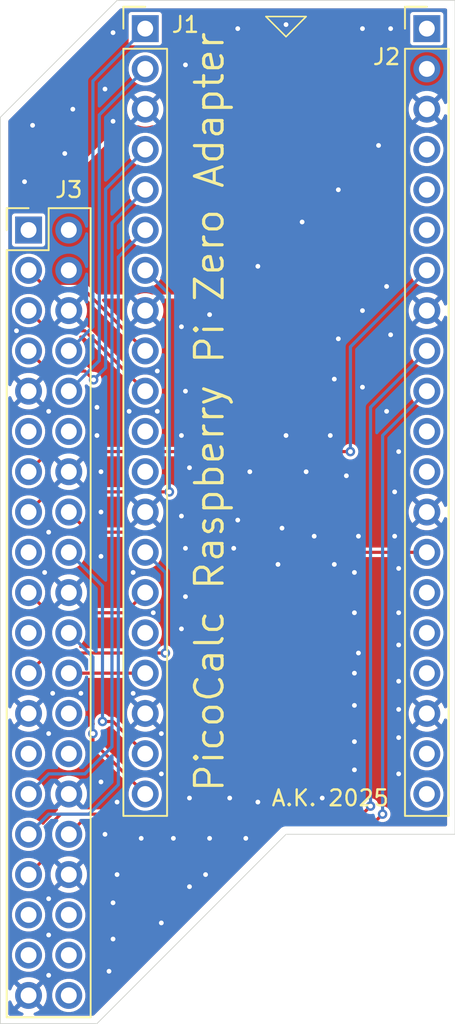
<source format=kicad_pcb>
(kicad_pcb (version 20241229) (generator "pcbnew") (generator_version "9.0")
  (layers (0 "F.Cu" signal) (2 "B.Cu" signal) (13 "F.Paste" user) (15 "B.Paste" user) (5 "F.SilkS" user "F.Silkscreen") (7 "B.SilkS" user "B.Silkscreen") (1 "F.Mask" user) (3 "B.Mask" user) (25 "Edge.Cuts" user))
  (net 0 "")
  (net 2 "/I2C1_SDA")
  (net 3 "GND")
  (net 4 "/SPI1_SCK")
  (net 5 "/UART0_TX")
  (net 6 "/GP3")
  (net 7 "/LCD_RST")
  (net 8 "/UART0_RX")
  (net 9 "/SPI1_TX")
  (net 10 "/LCD_DC")
  (net 12 "/GP4")
  (net 13 "/~{SPI1_CS}")
  (net 15 "/GP2")
  (net 16 "/I2C1_SCL")
  (net 17 "/GP5")
  (net 19 "/GP28")
  (net 20 "/VSYS")
  (net 24 "/GP21")
  (net 30 "/PWM_L")
  (net 33 "/PWM_R")
  (footprint "Connector_PinHeader_2.54mm:PinHeader_1x20_P2.54mm_Vertical" (layer "F.Cu") (at 113.03 31.75)
    (property "Reference" "J2" (at -2.54 1.778 0) (layer "F.SilkS"))
    (property "Value" "Conn_01x20" (hide yes))
    (fp_line (start -1.38 -1.38) (end 0 -1.38) (stroke (width 0.12)) (layer "F.SilkS"))
    (fp_line (start -1.38 0) (end -1.38 -1.38) (stroke (width 0.12)) (layer "F.SilkS"))
    (fp_line (start -1.38 1.27) (end -1.38 49.64) (stroke (width 0.12)) (layer "F.SilkS"))
    (fp_line (start -1.38 1.27) (end 1.38 1.27) (stroke (width 0.12)) (layer "F.SilkS"))
    (fp_line (start -1.38 49.64) (end 1.38 49.64) (stroke (width 0.12)) (layer "F.SilkS"))
    (fp_line (start 1.38 1.27) (end 1.38 49.64) (stroke (width 0.12)) (layer "F.SilkS"))
    (pad "1" thru_hole rect (at 0 0) (size 1.7 1.7) (drill 1) (layers "*.Cu" "*.Mask"))
    (pad "2" thru_hole circle (at 0 2.54) (size 1.7 1.7) (drill 1) (layers "*.Cu" "*.Mask") (net 20 "/VSYS"))
    (pad "3" thru_hole circle (at 0 5.08) (size 1.7 1.7) (drill 1) (layers "*.Cu" "*.Mask") (net 3 "GND"))
    (pad "4" thru_hole circle (at 0 7.62) (size 1.7 1.7) (drill 1) (layers "*.Cu" "*.Mask"))
    (pad "5" thru_hole circle (at 0 10.16) (size 1.7 1.7) (drill 1) (layers "*.Cu" "*.Mask"))
    (pad "6" thru_hole circle (at 0 12.7) (size 1.7 1.7) (drill 1) (layers "*.Cu" "*.Mask"))
    (pad "7" thru_hole circle (at 0 15.24) (size 1.7 1.7) (drill 1) (layers "*.Cu" "*.Mask") (net 19 "/GP28"))
    (pad "8" thru_hole circle (at 0 17.78) (size 1.7 1.7) (drill 1) (layers "*.Cu" "*.Mask") (net 3 "GND"))
    (pad "9" thru_hole circle (at 0 20.32) (size 1.7 1.7) (drill 1) (layers "*.Cu" "*.Mask") (net 33 "/PWM_R"))
    (pad "10" thru_hole circle (at 0 22.86) (size 1.7 1.7) (drill 1) (layers "*.Cu" "*.Mask") (net 30 "/PWM_L"))
    (pad "11" thru_hole circle (at 0 25.4) (size 1.7 1.7) (drill 1) (layers "*.Cu" "*.Mask"))
    (pad "12" thru_hole circle (at 0 27.94) (size 1.7 1.7) (drill 1) (layers "*.Cu" "*.Mask"))
    (pad "13" thru_hole circle (at 0 30.48) (size 1.7 1.7) (drill 1) (layers "*.Cu" "*.Mask") (net 3 "GND"))
    (pad "14" thru_hole circle (at 0 33.02) (size 1.7 1.7) (drill 1) (layers "*.Cu" "*.Mask") (net 24 "/GP21"))
    (pad "15" thru_hole circle (at 0 35.56) (size 1.7 1.7) (drill 1) (layers "*.Cu" "*.Mask"))
    (pad "16" thru_hole circle (at 0 38.1) (size 1.7 1.7) (drill 1) (layers "*.Cu" "*.Mask"))
    (pad "17" thru_hole circle (at 0 40.64) (size 1.7 1.7) (drill 1) (layers "*.Cu" "*.Mask"))
    (pad "18" thru_hole circle (at 0 43.18) (size 1.7 1.7) (drill 1) (layers "*.Cu" "*.Mask") (net 3 "GND"))
    (pad "19" thru_hole circle (at 0 45.72) (size 1.7 1.7) (drill 1) (layers "*.Cu" "*.Mask"))
    (pad "20" thru_hole circle (at 0 48.26) (size 1.7 1.7) (drill 1) (layers "*.Cu" "*.Mask"))
  )
  (footprint "Connector_PinHeader_2.54mm:PinHeader_2x20_P2.54mm_Vertical" (layer "F.Cu") (at 87.884 44.45)
    (property "Reference" "J3" (at 2.54 -2.54 0) (layer "F.SilkS"))
    (property "Value" "Conn_02x20_Odd_Even" (hide yes))
    (fp_line (start -1.38 -1.38) (end 0 -1.38) (stroke (width 0.12)) (layer "F.SilkS"))
    (fp_line (start -1.38 0) (end -1.38 -1.38) (stroke (width 0.12)) (layer "F.SilkS"))
    (fp_line (start -1.38 1.27) (end -1.38 49.64) (stroke (width 0.12)) (layer "F.SilkS"))
    (fp_line (start -1.38 1.27) (end 1.27 1.27) (stroke (width 0.12)) (layer "F.SilkS"))
    (fp_line (start -1.38 49.64) (end 3.92 49.64) (stroke (width 0.12)) (layer "F.SilkS"))
    (fp_line (start 1.27 -1.38) (end 3.92 -1.38) (stroke (width 0.12)) (layer "F.SilkS"))
    (fp_line (start 1.27 1.27) (end 1.27 -1.38) (stroke (width 0.12)) (layer "F.SilkS"))
    (fp_line (start 3.92 -1.38) (end 3.92 49.64) (stroke (width 0.12)) (layer "F.SilkS"))
    (pad "1" thru_hole rect (at 0 0) (size 1.7 1.7) (drill 1) (layers "*.Cu" "*.Mask"))
    (pad "2" thru_hole circle (at 2.54 0) (size 1.7 1.7) (drill 1) (layers "*.Cu" "*.Mask") (net 20 "/VSYS"))
    (pad "3" thru_hole circle (at 0 2.54) (size 1.7 1.7) (drill 1) (layers "*.Cu" "*.Mask") (net 2 "/I2C1_SDA"))
    (pad "4" thru_hole circle (at 2.54 2.54) (size 1.7 1.7) (drill 1) (layers "*.Cu" "*.Mask") (net 20 "/VSYS"))
    (pad "5" thru_hole circle (at 0 5.08) (size 1.7 1.7) (drill 1) (layers "*.Cu" "*.Mask") (net 16 "/I2C1_SCL"))
    (pad "6" thru_hole circle (at 2.54 5.08) (size 1.7 1.7) (drill 1) (layers "*.Cu" "*.Mask") (net 3 "GND"))
    (pad "7" thru_hole circle (at 0 7.62) (size 1.7 1.7) (drill 1) (layers "*.Cu" "*.Mask") (net 15 "/GP2"))
    (pad "8" thru_hole circle (at 2.54 7.62) (size 1.7 1.7) (drill 1) (layers "*.Cu" "*.Mask") (net 5 "/UART0_TX"))
    (pad "9" thru_hole circle (at 0 10.16) (size 1.7 1.7) (drill 1) (layers "*.Cu" "*.Mask") (net 3 "GND"))
    (pad "10" thru_hole circle (at 2.54 10.16) (size 1.7 1.7) (drill 1) (layers "*.Cu" "*.Mask") (net 8 "/UART0_RX"))
    (pad "11" thru_hole circle (at 0 12.7) (size 1.7 1.7) (drill 1) (layers "*.Cu" "*.Mask"))
    (pad "12" thru_hole circle (at 2.54 12.7) (size 1.7 1.7) (drill 1) (layers "*.Cu" "*.Mask"))
    (pad "13" thru_hole circle (at 0 15.24) (size 1.7 1.7) (drill 1) (layers "*.Cu" "*.Mask") (net 19 "/GP28"))
    (pad "14" thru_hole circle (at 2.54 15.24) (size 1.7 1.7) (drill 1) (layers "*.Cu" "*.Mask") (net 3 "GND"))
    (pad "15" thru_hole circle (at 0 17.78) (size 1.7 1.7) (drill 1) (layers "*.Cu" "*.Mask") (net 17 "/GP5"))
    (pad "16" thru_hole circle (at 2.54 17.78) (size 1.7 1.7) (drill 1) (layers "*.Cu" "*.Mask") (net 24 "/GP21"))
    (pad "17" thru_hole circle (at 0 20.32) (size 1.7 1.7) (drill 1) (layers "*.Cu" "*.Mask"))
    (pad "18" thru_hole circle (at 2.54 20.32) (size 1.7 1.7) (drill 1) (layers "*.Cu" "*.Mask") (net 10 "/LCD_DC"))
    (pad "19" thru_hole circle (at 0 22.86) (size 1.7 1.7) (drill 1) (layers "*.Cu" "*.Mask") (net 9 "/SPI1_TX"))
    (pad "20" thru_hole circle (at 2.54 22.86) (size 1.7 1.7) (drill 1) (layers "*.Cu" "*.Mask") (net 3 "GND"))
    (pad "21" thru_hole circle (at 0 25.4) (size 1.7 1.7) (drill 1) (layers "*.Cu" "*.Mask"))
    (pad "22" thru_hole circle (at 2.54 25.4) (size 1.7 1.7) (drill 1) (layers "*.Cu" "*.Mask") (net 7 "/LCD_RST"))
    (pad "23" thru_hole circle (at 0 27.94) (size 1.7 1.7) (drill 1) (layers "*.Cu" "*.Mask") (net 4 "/SPI1_SCK"))
    (pad "24" thru_hole circle (at 2.54 27.94) (size 1.7 1.7) (drill 1) (layers "*.Cu" "*.Mask") (net 13 "/~{SPI1_CS}"))
    (pad "25" thru_hole circle (at 0 30.48) (size 1.7 1.7) (drill 1) (layers "*.Cu" "*.Mask") (net 3 "GND"))
    (pad "26" thru_hole circle (at 2.54 30.48) (size 1.7 1.7) (drill 1) (layers "*.Cu" "*.Mask"))
    (pad "27" thru_hole circle (at 0 33.02) (size 1.7 1.7) (drill 1) (layers "*.Cu" "*.Mask"))
    (pad "28" thru_hole circle (at 2.54 33.02) (size 1.7 1.7) (drill 1) (layers "*.Cu" "*.Mask"))
    (pad "29" thru_hole circle (at 0 35.56) (size 1.7 1.7) (drill 1) (layers "*.Cu" "*.Mask") (net 6 "/GP3"))
    (pad "30" thru_hole circle (at 2.54 35.56) (size 1.7 1.7) (drill 1) (layers "*.Cu" "*.Mask") (net 3 "GND"))
    (pad "31" thru_hole circle (at 0 38.1) (size 1.7 1.7) (drill 1) (layers "*.Cu" "*.Mask") (net 12 "/GP4"))
    (pad "32" thru_hole circle (at 2.54 38.1) (size 1.7 1.7) (drill 1) (layers "*.Cu" "*.Mask") (net 30 "/PWM_L"))
    (pad "33" thru_hole circle (at 0 40.64) (size 1.7 1.7) (drill 1) (layers "*.Cu" "*.Mask") (net 33 "/PWM_R"))
    (pad "34" thru_hole circle (at 2.54 40.64) (size 1.7 1.7) (drill 1) (layers "*.Cu" "*.Mask") (net 3 "GND"))
    (pad "35" thru_hole circle (at 0 43.18) (size 1.7 1.7) (drill 1) (layers "*.Cu" "*.Mask"))
    (pad "36" thru_hole circle (at 2.54 43.18) (size 1.7 1.7) (drill 1) (layers "*.Cu" "*.Mask"))
    (pad "37" thru_hole circle (at 0 45.72) (size 1.7 1.7) (drill 1) (layers "*.Cu" "*.Mask"))
    (pad "38" thru_hole circle (at 2.54 45.72) (size 1.7 1.7) (drill 1) (layers "*.Cu" "*.Mask"))
    (pad "39" thru_hole circle (at 0 48.26) (size 1.7 1.7) (drill 1) (layers "*.Cu" "*.Mask") (net 3 "GND"))
    (pad "40" thru_hole circle (at 2.54 48.26) (size 1.7 1.7) (drill 1) (layers "*.Cu" "*.Mask"))
  )
  (footprint "Connector_PinHeader_2.54mm:PinHeader_1x20_P2.54mm_Vertical" (layer "F.Cu") (at 95.25 31.75)
    (property "Reference" "J1" (at 2.54 -0.254 0) (layer "F.SilkS"))
    (property "Value" "Conn_01x20" (hide yes))
    (fp_line (start -1.38 -1.38) (end 0 -1.38) (stroke (width 0.12)) (layer "F.SilkS"))
    (fp_line (start -1.38 0) (end -1.38 -1.38) (stroke (width 0.12)) (layer "F.SilkS"))
    (fp_line (start -1.38 1.27) (end -1.38 49.64) (stroke (width 0.12)) (layer "F.SilkS"))
    (fp_line (start -1.38 1.27) (end 1.38 1.27) (stroke (width 0.12)) (layer "F.SilkS"))
    (fp_line (start -1.38 49.64) (end 1.38 49.64) (stroke (width 0.12)) (layer "F.SilkS"))
    (fp_line (start 1.38 1.27) (end 1.38 49.64) (stroke (width 0.12)) (layer "F.SilkS"))
    (pad "1" thru_hole rect (at 0 0) (size 1.7 1.7) (drill 1) (layers "*.Cu" "*.Mask") (net 5 "/UART0_TX"))
    (pad "2" thru_hole circle (at 0 2.54) (size 1.7 1.7) (drill 1) (layers "*.Cu" "*.Mask") (net 8 "/UART0_RX"))
    (pad "3" thru_hole circle (at 0 5.08) (size 1.7 1.7) (drill 1) (layers "*.Cu" "*.Mask") (net 3 "GND"))
    (pad "4" thru_hole circle (at 0 7.62) (size 1.7 1.7) (drill 1) (layers "*.Cu" "*.Mask") (net 15 "/GP2"))
    (pad "5" thru_hole circle (at 0 10.16) (size 1.7 1.7) (drill 1) (layers "*.Cu" "*.Mask") (net 6 "/GP3"))
    (pad "6" thru_hole circle (at 0 12.7) (size 1.7 1.7) (drill 1) (layers "*.Cu" "*.Mask") (net 12 "/GP4"))
    (pad "7" thru_hole circle (at 0 15.24) (size 1.7 1.7) (drill 1) (layers "*.Cu" "*.Mask") (net 17 "/GP5"))
    (pad "8" thru_hole circle (at 0 17.78) (size 1.7 1.7) (drill 1) (layers "*.Cu" "*.Mask") (net 3 "GND"))
    (pad "9" thru_hole circle (at 0 20.32) (size 1.7 1.7) (drill 1) (layers "*.Cu" "*.Mask") (net 2 "/I2C1_SDA"))
    (pad "10" thru_hole circle (at 0 22.86) (size 1.7 1.7) (drill 1) (layers "*.Cu" "*.Mask") (net 16 "/I2C1_SCL"))
    (pad "11" thru_hole circle (at 0 25.4) (size 1.7 1.7) (drill 1) (layers "*.Cu" "*.Mask"))
    (pad "12" thru_hole circle (at 0 27.94) (size 1.7 1.7) (drill 1) (layers "*.Cu" "*.Mask"))
    (pad "13" thru_hole circle (at 0 30.48) (size 1.7 1.7) (drill 1) (layers "*.Cu" "*.Mask") (net 3 "GND"))
    (pad "14" thru_hole circle (at 0 33.02) (size 1.7 1.7) (drill 1) (layers "*.Cu" "*.Mask") (net 4 "/SPI1_SCK"))
    (pad "15" thru_hole circle (at 0 35.56) (size 1.7 1.7) (drill 1) (layers "*.Cu" "*.Mask") (net 9 "/SPI1_TX"))
    (pad "16" thru_hole circle (at 0 38.1) (size 1.7 1.7) (drill 1) (layers "*.Cu" "*.Mask"))
    (pad "17" thru_hole circle (at 0 40.64) (size 1.7 1.7) (drill 1) (layers "*.Cu" "*.Mask") (net 13 "/~{SPI1_CS}"))
    (pad "18" thru_hole circle (at 0 43.18) (size 1.7 1.7) (drill 1) (layers "*.Cu" "*.Mask") (net 3 "GND"))
    (pad "19" thru_hole circle (at 0 45.72) (size 1.7 1.7) (drill 1) (layers "*.Cu" "*.Mask") (net 10 "/LCD_DC"))
    (pad "20" thru_hole circle (at 0 48.26) (size 1.7 1.7) (drill 1) (layers "*.Cu" "*.Mask") (net 7 "/LCD_RST"))
  )
  (gr_line (start 104.14 32.258) (end 102.87 30.988) (stroke (width 0.1)) (layer "F.SilkS"))
  (gr_line (start 105.41 30.988) (end 104.14 32.258) (stroke (width 0.1)) (layer "F.SilkS"))
  (gr_line (start 102.87 30.988) (end 105.41 30.988) (stroke (width 0.1)) (layer "F.SilkS"))
  (gr_line (start 114.808 29.972) (end 114.808 81.788) (stroke (width 0.05)) (layer "Edge.Cuts"))
  (gr_line (start 114.808 82.55) (end 114.808 81.788) (stroke (width 0.05)) (layer "Edge.Cuts"))
  (gr_line (start 114.808 29.972) (end 93.472 29.972) (stroke (width 0.05)) (layer "Edge.Cuts"))
  (gr_line (start 92.202 94.488) (end 104.14 82.55) (stroke (width 0.05)) (layer "Edge.Cuts"))
  (gr_line (start 86.106 94.488) (end 92.202 94.488) (stroke (width 0.05)) (layer "Edge.Cuts"))
  (gr_line (start 93.472 29.972) (end 86.106 37.338) (stroke (width 0.05)) (layer "Edge.Cuts"))
  (gr_line (start 86.106 37.338) (end 86.106 94.488) (stroke (width 0.05)) (layer "Edge.Cuts"))
  (gr_line (start 104.14 82.55) (end 114.808 82.55) (stroke (width 0.05)) (layer "Edge.Cuts"))
  (gr_text "PicoCalc Raspberry Pi Zero Adapter" (at 100.33 80.01 90) (layer "F.SilkS") (effects (font (size 1.75 1.75) (thickness 0.2)) (justify left bottom)))
  (gr_text "A.K. 2025" (at 106.934 80.264 0) (layer "F.SilkS") (effects (font (size 1 1))))
  (segment (start 89.154 48.26) (end 91.44 48.26) (width 0.2) (layer "F.Cu") (net 2))
  (segment (start 87.884 46.99) (end 89.154 48.26) (width 0.2) (layer "F.Cu") (net 2))
  (segment (start 91.44 48.26) (end 95.25 52.07) (width 0.2) (layer "F.Cu") (net 2))
  (via (at 87.122 50.8) (size 0.6) (drill 0.3) (layers "F.Cu" "B.Cu") (net 3))
  (via (at 108.712 71.12) (size 0.6) (drill 0.3) (layers "F.Cu" "B.Cu") (net 3))
  (via (at 92.71 82.55) (size 0.6) (drill 0.3) (layers "F.Cu" "B.Cu") (net 3))
  (via (at 108.458 74.422) (size 0.6) (drill 0.3) (layers "F.Cu" "B.Cu") (net 3))
  (via (at 92.964 91.186) (size 0.6) (drill 0.3) (layers "F.Cu" "B.Cu") (net 3))
  (via (at 92.456 62.23) (size 0.6) (drill 0.3) (layers "F.Cu" "B.Cu") (net 3))
  (via (at 108.458 66.04) (size 0.6) (drill 0.3) (layers "F.Cu" "B.Cu") (net 3))
  (via (at 98.044 59.436) (size 0.6) (drill 0.3) (layers "F.Cu" "B.Cu") (net 3))
  (via (at 110.744 31.75) (size 0.6) (drill 0.3) (layers "F.Cu" "B.Cu") (net 3))
  (via (at 92.456 59.69) (size 0.6) (drill 0.3) (layers "F.Cu" "B.Cu") (net 3))
  (via (at 90.678 36.83) (size 0.6) (drill 0.3) (layers "F.Cu" "B.Cu") (net 3))
  (via (at 97.536 50.546) (size 0.6) (drill 0.3) (layers "F.Cu" "B.Cu") (net 3))
  (via (at 93.218 86.868) (size 0.6) (drill 0.3) (layers "F.Cu" "B.Cu") (net 3))
  (via (at 110.998 63.754) (size 0.6) (drill 0.3) (layers "F.Cu" "B.Cu") (net 3))
  (via (at 88.138 37.846) (size 0.6) (drill 0.3) (layers "F.Cu" "B.Cu") (net 3))
  (via (at 97.536 57.404) (size 0.6) (drill 0.3) (layers "F.Cu" "B.Cu") (net 3))
  (via (at 92.202 55.626) (size 0.6) (drill 0.3) (layers "F.Cu" "B.Cu") (net 3))
  (via (at 97.79 54.61) (size 0.6) (drill 0.3) (layers "F.Cu" "B.Cu") (net 3))
  (via (at 107.442 51.308) (size 0.6) (drill 0.3) (layers "F.Cu" "B.Cu") (net 3))
  (via (at 111.252 74.676) (size 0.6) (drill 0.3) (layers "F.Cu" "B.Cu") (net 3))
  (via (at 94.488 73.66) (size 0.6) (drill 0.3) (layers "F.Cu" "B.Cu") (net 3))
  (via (at 89.154 76.2) (size 0.6) (drill 0.3) (layers "F.Cu" "B.Cu") (net 3))
  (via (at 96.012 55.88) (size 0.6) (drill 0.3) (layers "F.Cu" "B.Cu") (net 3))
  (via (at 89.408 73.66) (size 0.6) (drill 0.3) (layers "F.Cu" "B.Cu") (net 3))
  (via (at 103.632 65.532) (size 0.6) (drill 0.3) (layers "F.Cu" "B.Cu") (net 3))
  (via (at 109.982 39.116) (size 0.6) (drill 0.3) (layers "F.Cu" "B.Cu") (net 3))
  (via (at 96.266 88.138) (size 0.6) (drill 0.3) (layers "F.Cu" "B.Cu") (net 3))
  (via (at 89.154 86.614) (size 0.6) (drill 0.3) (layers "F.Cu" "B.Cu") (net 3))
  (via (at 111.252 58.42) (size 0.6) (drill 0.3) (layers "F.Cu" "B.Cu") (net 3))
  (via (at 110.744 51.054) (size 0.6) (drill 0.3) (layers "F.Cu" "B.Cu") (net 3))
  (via (at 94.996 82.804) (size 0.6) (drill 0.3) (layers "F.Cu" "B.Cu") (net 3))
  (via (at 108.458 78.486) (size 0.6) (drill 0.3) (layers "F.Cu" "B.Cu") (net 3))
  (via (at 104.14 57.404) (size 0.6) (drill 0.3) (layers "F.Cu" "B.Cu") (net 3))
  (via (at 106.426 80.264) (size 0.6) (drill 0.3) (layers "F.Cu" "B.Cu") (net 3))
  (via (at 111.252 70.612) (size 0.6) (drill 0.3) (layers "F.Cu" "B.Cu") (net 3))
  (via (at 108.458 68.58) (size 0.6) (drill 0.3) (layers "F.Cu" "B.Cu") (net 3))
  (via (at 97.536 62.484) (size 0.6) (drill 0.3) (layers "F.Cu" "B.Cu") (net 3))
  (via (at 101.854 59.69) (size 0.6) (drill 0.3) (layers "F.Cu" "B.Cu") (net 3))
  (via (at 111.252 65.786) (size 0.6) (drill 0.3) (layers "F.Cu" "B.Cu") (net 3))
  (via (at 89.154 55.88) (size 0.6) (drill 0.3) (layers "F.Cu" "B.Cu") (net 3))
  (via (at 99.314 49.784) (size 0.6) (drill 0.3) (layers "F.Cu" "B.Cu") (net 3))
  (via (at 96.266 78.74) (size 0.6) (drill 0.3) (layers "F.Cu" "B.Cu") (net 3))
  (via (at 89.154 63.5) (size 0.6) (drill 0.3) (layers "F.Cu" "B.Cu") (net 3))
  (via (at 97.536 69.596) (size 0.6) (drill 0.3) (layers "F.Cu" "B.Cu") (net 3))
  (via (at 111.252 72.898) (size 0.6) (drill 0.3) (layers "F.Cu" "B.Cu") (net 3))
  (via (at 110.998 60.96) (size 0.6) (drill 0.3) (layers "F.Cu" "B.Cu") (net 3))
  (via (at 87.63 41.402) (size 0.6) (drill 0.3) (layers "F.Cu" "B.Cu") (net 3))
  (via (at 101.092 31.75) (size 0.6) (drill 0.3) (layers "F.Cu" "B.Cu") (net 3))
  (via (at 108.966 54.356) (size 0.6) (drill 0.3) (layers "F.Cu" "B.Cu") (net 3))
  (via (at 92.71 35.56) (size 0.6) (drill 0.3) (layers "F.Cu" "B.Cu") (net 3))
  (via (at 104.14 31.496) (size 0.6) (drill 0.3) (layers "F.Cu" "B.Cu") (net 3))
  (via (at 99.314 82.804) (size 0.6) (drill 0.3) (layers "F.Cu" "B.Cu") (net 3))
  (via (at 98.044 80.264) (size 0.6) (drill 0.3) (layers "F.Cu" "B.Cu") (net 3))
  (via (at 110.49 55.88) (size 0.6) (drill 0.3) (layers "F.Cu" "B.Cu") (net 3))
  (via (at 94.234 55.88) (size 0.6) (drill 0.3) (layers "F.Cu" "B.Cu") (net 3))
  (via (at 95.758 68.58) (size 0.6) (drill 0.3) (layers "F.Cu" "B.Cu") (net 3))
  (via (at 97.79 67.564) (size 0.6) (drill 0.3) (layers "F.Cu" "B.Cu") (net 3))
  (via (at 88.9 66.04) (size 0.6) (drill 0.3) (layers "F.Cu" "B.Cu") (net 3))
  (via (at 93.472 85.09) (size 0.6) (drill 0.3) (layers "F.Cu" "B.Cu") (net 3))
  (via (at 102.362 80.518) (size 0.6) (drill 0.3) (layers "F.Cu" "B.Cu") (net 3))
  (via (at 89.154 88.9) (size 0.6) (drill 0.3) (layers "F.Cu" "B.Cu") (net 3))
  (via (at 98.044 85.852) (size 0.6) (drill 0.3) (layers "F.Cu" "B.Cu") (net 3))
  (via (at 111.252 76.454) (size 0.6) (drill 0.3) (layers "F.Cu" "B.Cu") (net 3))
  (via (at 105.41 59.69) (size 0.6) (drill 0.3) (layers "F.Cu" "B.Cu") (net 3))
  (via (at 99.06 85.09) (size 0.6) (drill 0.3) (layers "F.Cu" "B.Cu") (net 3))
  (via (at 100.584 80.264) (size 0.6) (drill 0.3) (layers "F.Cu" "B.Cu") (net 3))
  (via (at 108.458 76.708) (size 0.6) (drill 0.3) (layers "F.Cu" "B.Cu") (net 3))
  (via (at 100.838 64.516) (size 0.6) (drill 0.3) (layers "F.Cu" "B.Cu") (net 3))
  (via (at 110.49 48.006) (size 0.6) (drill 0.3) (layers "F.Cu" "B.Cu") (net 3))
  (via (at 93.472 80.518) (size 0.6) (drill 0.3) (layers "F.Cu" "B.Cu") (net 3))
  (via (at 96.266 76.2) (size 0.6) (drill 0.3) (layers "F.Cu" "B.Cu") (net 3))
  (via (at 105.156 43.942) (size 0.6) (drill 0.3) (layers "F.Cu" "B.Cu") (net 3))
  (via (at 107.188 65.532) (size 0.6) (drill 0.3) (layers "F.Cu" "B.Cu") (net 3))
  (via (at 107.188 53.848) (size 0.6) (drill 0.3) (layers "F.Cu" "B.Cu") (net 3))
  (via (at 103.886 63.246) (size 0.6) (drill 0.3) (layers "F.Cu" "B.Cu") (net 3))
  (via (at 111.252 78.74) (size 0.6) (drill 0.3) (layers "F.Cu" "B.Cu") (net 3))
  (via (at 92.202 57.404) (size 0.6) (drill 0.3) (layers "F.Cu" "B.Cu") (net 3))
  (via (at 108.458 72.39) (size 0.6) (drill 0.3) (layers "F.Cu" "B.Cu") (net 3))
  (via (at 93.218 37.592) (size 0.6) (drill 0.3) (layers "F.Cu" "B.Cu") (net 3))
  (via (at 107.442 41.91) (size 0.6) (drill 0.3) (layers "F.Cu" "B.Cu") (net 3))
  (via (at 111.252 68.58) (size 0.6) (drill 0.3) (layers "F.Cu" "B.Cu") (net 3))
  (via (at 93.218 32.004) (size 0.6) (drill 0.3) (layers "F.Cu" "B.Cu") (net 3))
  (via (at 102.362 46.736) (size 0.6) (drill 0.3) (layers "F.Cu" "B.Cu") (net 3))
  (via (at 97.79 64.516) (size 0.6) (drill 0.3) (layers "F.Cu" "B.Cu") (net 3))
  (via (at 105.918 63.754) (size 0.6) (drill 0.3) (layers "F.Cu" "B.Cu") (net 3))
  (via (at 92.456 79.248) (size 0.6) (drill 0.3) (layers "F.Cu" "B.Cu") (net 3))
  (via (at 93.218 89.154) (size 0.6) (drill 0.3) (layers "F.Cu" "B.Cu") (net 3))
  (via (at 92.456 65.024) (size 0.6) (drill 0.3) (layers "F.Cu" "B.Cu") (net 3))
  (via (at 108.966 49.53) (size 0.6) (drill 0.3) (layers "F.Cu" "B.Cu") (net 3))
  (via (at 97.028 82.804) (size 0.6) (drill 0.3) (layers "F.Cu" "B.Cu") (net 3))
  (via (at 107.95 59.944) (size 0.6) (drill 0.3) (layers "F.Cu" "B.Cu") (net 3))
  (via (at 90.17 39.624) (size 0.6) (drill 0.3) (layers "F.Cu" "B.Cu") (net 3))
  (via (at 108.712 63.754) (size 0.6) (drill 0.3) (layers "F.Cu" "B.Cu") (net 3))
  (via (at 108.966 31.75) (size 0.6) (drill 0.3) (layers "F.Cu" "B.Cu") (net 3))
  (via (at 91.186 73.66) (size 0.6) (drill 0.3) (layers "F.Cu" "B.Cu") (net 3))
  (via (at 94.488 66.04) (size 0.6) (drill 0.3) (layers "F.Cu" "B.Cu") (net 3))
  (via (at 101.6 82.804) (size 0.6) (drill 0.3) (layers "F.Cu" "B.Cu") (net 3))
  (via (at 106.934 57.404) (size 0.6) (drill 0.3) (layers "F.Cu" "B.Cu") (net 3))
  (via (at 101.092 62.738) (size 0.6) (drill 0.3) (layers "F.Cu" "B.Cu") (net 3))
  (via (at 96.012 53.34) (size 0.6) (drill 0.3) (layers "F.Cu" "B.Cu") (net 3))
  (via (at 89.154 91.44) (size 0.6) (drill 0.3) (layers "F.Cu" "B.Cu") (net 3))
  (via (at 97.79 34.036) (size 0.6) (drill 0.3) (layers "F.Cu" "B.Cu") (net 3))
  (segment (start 90.932 71.12) (end 96.52 71.12) (width 0.2) (layer "F.Cu") (net 4))
  (segment (start 87.884 72.39) (end 89.154 71.12) (width 0.2) (layer "F.Cu") (net 4))
  (segment (start 89.154 71.12) (end 90.932 71.12) (width 0.2) (layer "F.Cu") (net 4))
  (via (at 96.52 71.12) (size 0.6) (drill 0.3) (layers "F.Cu" "B.Cu") (net 4))
  (segment (start 96.52 71.12) (end 96.52 66.04) (width 0.2) (layer "B.Cu") (net 4))
  (segment (start 96.52 66.04) (end 95.25 64.77) (width 0.2) (layer "B.Cu") (net 4))
  (segment (start 91.948 35.052) (end 95.25 31.75) (width 0.2) (layer "B.Cu") (net 5))
  (segment (start 90.424 52.07) (end 91.948 50.546) (width 0.2) (layer "B.Cu") (net 5))
  (segment (start 91.948 50.546) (end 91.948 35.052) (width 0.2) (layer "B.Cu") (net 5))
  (segment (start 87.884 80.01) (end 89.154 78.74) (width 0.2) (layer "B.Cu") (net 6))
  (segment (start 89.154 78.74) (end 91.44 78.74) (width 0.2) (layer "B.Cu") (net 6))
  (segment (start 93.151 77.029) (end 93.151 44.009) (width 0.2) (layer "B.Cu") (net 6))
  (segment (start 91.44 78.74) (end 93.151 77.029) (width 0.2) (layer "B.Cu") (net 6))
  (segment (start 93.151 44.009) (end 95.25 41.91) (width 0.2) (layer "B.Cu") (net 6))
  (segment (start 91.948 76.2) (end 91.948 76.708) (width 0.2) (layer "F.Cu") (net 7))
  (segment (start 91.948 76.708) (end 95.25 80.01) (width 0.2) (layer "F.Cu") (net 7))
  (via (at 91.948 76.2) (size 0.6) (drill 0.3) (layers "F.Cu" "B.Cu") (net 7))
  (segment (start 91.948 76.2) (end 91.948 71.374) (width 0.2) (layer "B.Cu") (net 7))
  (segment (start 91.948 71.374) (end 90.424 69.85) (width 0.2) (layer "B.Cu") (net 7))
  (segment (start 90.424 54.61) (end 92.349 52.685) (width 0.2) (layer "B.Cu") (net 8))
  (segment (start 92.349 37.191) (end 95.25 34.29) (width 0.2) (layer "B.Cu") (net 8))
  (segment (start 92.349 52.685) (end 92.349 37.191) (width 0.2) (layer "B.Cu") (net 8))
  (segment (start 87.884 67.31) (end 89.154 68.58) (width 0.2) (layer "F.Cu") (net 9))
  (segment (start 89.154 68.58) (end 93.98 68.58) (width 0.2) (layer "F.Cu") (net 9))
  (segment (start 93.98 68.58) (end 95.25 67.31) (width 0.2) (layer "F.Cu") (net 9))
  (segment (start 93.218 75.438) (end 95.25 77.47) (width 0.2) (layer "F.Cu") (net 10))
  (segment (start 92.551 75.438) (end 93.218 75.438) (width 0.2) (layer "F.Cu") (net 10))
  (via (at 92.551 75.438) (size 0.6) (drill 0.3) (layers "F.Cu" "B.Cu") (net 10))
  (segment (start 90.424 64.77) (end 92.551 66.897) (width 0.2) (layer "B.Cu") (net 10))
  (segment (start 92.551 66.897) (end 92.551 75.438) (width 0.2) (layer "B.Cu") (net 10))
  (segment (start 93.552 46.148) (end 95.25 44.45) (width 0.2) (layer "B.Cu") (net 12))
  (segment (start 87.884 82.55) (end 89.154 81.28) (width 0.2) (layer "B.Cu") (net 12))
  (segment (start 91.694 81.28) (end 93.552 79.422) (width 0.2) (layer "B.Cu") (net 12))
  (segment (start 93.552 79.422) (end 93.552 46.148) (width 0.2) (layer "B.Cu") (net 12))
  (segment (start 89.154 81.28) (end 91.694 81.28) (width 0.2) (layer "B.Cu") (net 12))
  (segment (start 90.424 72.39) (end 95.25 72.39) (width 0.2) (layer "F.Cu") (net 13))
  (segment (start 89.154 53.34) (end 90.424 53.34) (width 0.2) (layer "F.Cu") (net 15))
  (segment (start 87.884 52.07) (end 89.154 53.34) (width 0.2) (layer "F.Cu") (net 15))
  (segment (start 91.44 53.34) (end 91.991265 53.891265) (width 0.2) (layer "F.Cu") (net 15))
  (segment (start 90.424 53.34) (end 91.44 53.34) (width 0.2) (layer "F.Cu") (net 15))
  (via (at 91.991265 53.891265) (size 0.6) (drill 0.3) (layers "F.Cu" "B.Cu") (net 15))
  (segment (start 92.75 41.87) (end 95.25 39.37) (width 0.2) (layer "B.Cu") (net 15))
  (segment (start 91.991265 53.891265) (end 92.75 53.13253) (width 0.2) (layer "B.Cu") (net 15))
  (segment (start 92.75 53.13253) (end 92.75 41.87) (width 0.2) (layer "B.Cu") (net 15))
  (segment (start 91.44 50.8) (end 95.25 54.61) (width 0.2) (layer "F.Cu") (net 16))
  (segment (start 87.884 49.53) (end 89.154 50.8) (width 0.2) (layer "F.Cu") (net 16))
  (segment (start 89.154 50.8) (end 91.44 50.8) (width 0.2) (layer "F.Cu") (net 16))
  (segment (start 90.678 60.96) (end 96.774 60.96) (width 0.2) (layer "F.Cu") (net 17))
  (segment (start 87.884 62.23) (end 89.154 60.96) (width 0.2) (layer "F.Cu") (net 17))
  (segment (start 89.154 60.96) (end 90.678 60.96) (width 0.2) (layer "F.Cu") (net 17))
  (via (at 96.774 60.96) (size 0.6) (drill 0.3) (layers "F.Cu" "B.Cu") (net 17))
  (segment (start 96.774 60.96) (end 96.774 48.514) (width 0.2) (layer "B.Cu") (net 17))
  (segment (start 96.774 48.514) (end 95.25 46.99) (width 0.2) (layer "B.Cu") (net 17))
  (segment (start 90.678 58.42) (end 108.204 58.42) (width 0.2) (layer "F.Cu") (net 19))
  (segment (start 87.884 59.69) (end 89.154 58.42) (width 0.2) (layer "F.Cu") (net 19))
  (segment (start 89.154 58.42) (end 90.678 58.42) (width 0.2) (layer "F.Cu") (net 19))
  (via (at 108.204 58.42) (size 0.6) (drill 0.3) (layers "F.Cu" "B.Cu") (net 19))
  (segment (start 108.204 58.42) (end 108.204 51.816) (width 0.2) (layer "B.Cu") (net 19))
  (segment (start 108.204 51.816) (end 113.03 46.99) (width 0.2) (layer "B.Cu") (net 19))
  (segment (start 102.362 63.5) (end 103.632 64.77) (width 0.2) (layer "F.Cu") (net 24))
  (segment (start 91.694 63.5) (end 102.362 63.5) (width 0.2) (layer "F.Cu") (net 24))
  (segment (start 90.424 62.23) (end 91.694 63.5) (width 0.2) (layer "F.Cu") (net 24))
  (segment (start 103.632 64.77) (end 113.03 64.77) (width 0.2) (layer "F.Cu") (net 24))
  (segment (start 91.293 81.681) (end 93.218 81.681) (width 0.2) (layer "F.Cu") (net 30))
  (segment (start 90.424 82.55) (end 91.293 81.681) (width 0.2) (layer "F.Cu") (net 30))
  (segment (start 93.218 81.681) (end 109.835 81.681) (width 0.2) (layer "F.Cu") (net 30))
  (segment (start 109.835 81.681) (end 110.236 81.28) (width 0.2) (layer "F.Cu") (net 30))
  (via (at 110.236 81.28) (size 0.6) (drill 0.3) (layers "F.Cu" "B.Cu") (net 30))
  (segment (start 110.236 57.404) (end 113.03 54.61) (width 0.2) (layer "B.Cu") (net 30))
  (segment (start 110.236 81.28) (end 110.236 57.404) (width 0.2) (layer "B.Cu") (net 30))
  (segment (start 89.154 82.042) (end 89.154 83.82) (width 0.2) (layer "F.Cu") (net 33))
  (segment (start 109.474 80.772) (end 108.966 81.28) (width 0.2) (layer "F.Cu") (net 33))
  (segment (start 89.916 81.28) (end 89.154 82.042) (width 0.2) (layer "F.Cu") (net 33))
  (segment (start 89.154 83.82) (end 87.884 85.09) (width 0.2) (layer "F.Cu") (net 33))
  (segment (start 108.966 81.28) (end 89.916 81.28) (width 0.2) (layer "F.Cu") (net 33))
  (via (at 109.474 80.772) (size 0.6) (drill 0.3) (layers "F.Cu" "B.Cu") (net 33))
  (segment (start 109.474 55.626) (end 113.03 52.07) (width 0.2) (layer "B.Cu") (net 33))
  (segment (start 109.474 80.772) (end 109.474 55.626) (width 0.2) (layer "B.Cu") (net 33))
  (zone (net 20) (net_name "/VSYS") (layer "F.Cu") (priority 2) (connect_pads yes (clearance 0.25)) (min_thickness 0.25) (fill yes (thermal_gap 0.5) (thermal_bridge_width 0.5))
    (polygon (pts (xy 89.154 47.498) (xy 90.17 48.514) (xy 99.06 48.514) (xy 112.014 35.56) (xy 113.792 35.56) (xy 114.3 35.052) (xy 114.3 33.528) (xy 113.792 33.02) (xy 101.346 33.02) (xy 96.52 37.846) (xy 93.98 37.846) (xy 89.154 42.672)))
  )
  (zone (net 3) (net_name "GND") (layers "F.Cu" "B.Cu") (priority 1) (connect_pads (clearance 0.2)) (min_thickness 0.2) (fill yes (thermal_gap 0.3) (thermal_bridge_width 0.3))
    (polygon (pts (xy 114.808 29.972) (xy 93.472 29.972) (xy 86.106 37.338) (xy 86.106 94.488) (xy 92.202 94.488) (xy 104.14 82.55) (xy 114.808 82.55)))
  )
)
</source>
